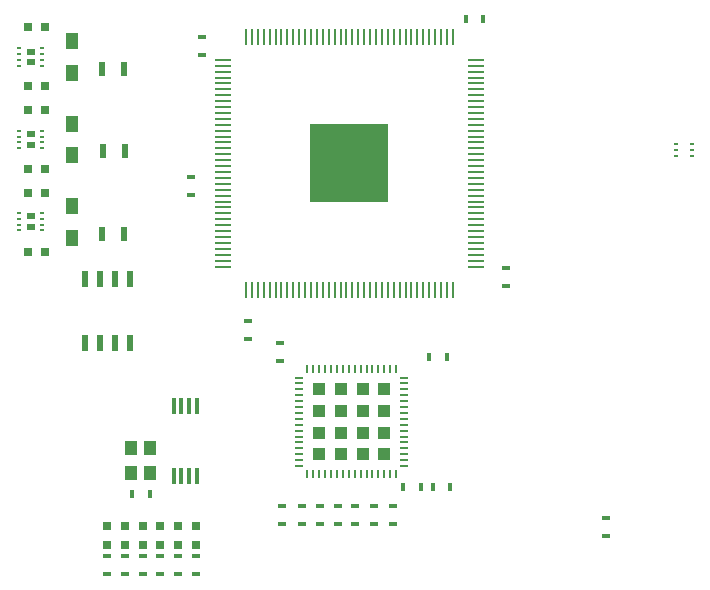
<source format=gbr>
G04 #@! TF.FileFunction,Paste,Top*
%FSLAX45Y45*%
G04 Gerber Fmt 4.5, Leading zero omitted, Abs format (unit mm)*
G04 Created by KiCad (PCBNEW 4.0.7) date 06/20/18 15:24:46*
%MOMM*%
%LPD*%
G01*
G04 APERTURE LIST*
%ADD10C,0.100000*%
%ADD11R,0.700000X0.700000*%
%ADD12R,0.350000X1.350000*%
%ADD13R,0.500000X1.450000*%
%ADD14R,0.350000X0.200000*%
%ADD15R,0.400000X0.150000*%
%ADD16R,0.800000X0.600000*%
%ADD17R,1.000000X1.200000*%
%ADD18R,0.750000X0.200000*%
%ADD19R,0.200000X0.750000*%
%ADD20R,1.002500X1.002500*%
%ADD21R,0.200000X1.450000*%
%ADD22R,1.450000X0.200000*%
%ADD23R,6.600000X6.600000*%
%ADD24R,0.400000X0.800000*%
%ADD25R,0.800000X0.400000*%
%ADD26R,1.100000X1.400000*%
%ADD27R,0.700000X0.650000*%
%ADD28R,0.600000X1.200000*%
G04 APERTURE END LIST*
D10*
D11*
X9700000Y-11280000D03*
X9700000Y-11120000D03*
X9550000Y-11280000D03*
X9550000Y-11120000D03*
X9400000Y-11280000D03*
X9400000Y-11120000D03*
X9250000Y-11280000D03*
X9250000Y-11120000D03*
X9100000Y-11280000D03*
X9100000Y-11120000D03*
X8950000Y-11280000D03*
X8950000Y-11120000D03*
D12*
X9707500Y-10105000D03*
X9642500Y-10105000D03*
X9577500Y-10105000D03*
X9512500Y-10105000D03*
X9512500Y-10695000D03*
X9577500Y-10695000D03*
X9642500Y-10695000D03*
X9707500Y-10695000D03*
D13*
X8759500Y-9570000D03*
X8886500Y-9570000D03*
X9013500Y-9570000D03*
X9140500Y-9570000D03*
X9140500Y-9030000D03*
X9013500Y-9030000D03*
X8886500Y-9030000D03*
X8759500Y-9030000D03*
D14*
X13897500Y-7990000D03*
X13897500Y-7940000D03*
X13897500Y-7890000D03*
X13762500Y-7890000D03*
X13762500Y-7940000D03*
X13762500Y-7990000D03*
D15*
X8205000Y-7175000D03*
X8395000Y-7125000D03*
X8395000Y-7075000D03*
X8205000Y-7075000D03*
X8205000Y-7125000D03*
X8205000Y-7225000D03*
X8395000Y-7225000D03*
X8395000Y-7175000D03*
D16*
X8300000Y-7195000D03*
X8300000Y-7105000D03*
D15*
X8205000Y-7875000D03*
X8395000Y-7825000D03*
X8395000Y-7775000D03*
X8205000Y-7775000D03*
X8205000Y-7825000D03*
X8205000Y-7925000D03*
X8395000Y-7925000D03*
X8395000Y-7875000D03*
D16*
X8300000Y-7895000D03*
X8300000Y-7805000D03*
D15*
X8205000Y-8570000D03*
X8395000Y-8520000D03*
X8395000Y-8470000D03*
X8205000Y-8470000D03*
X8205000Y-8520000D03*
X8205000Y-8620000D03*
X8395000Y-8620000D03*
X8395000Y-8570000D03*
D16*
X8300000Y-8590000D03*
X8300000Y-8500000D03*
D17*
X9312500Y-10675000D03*
X9312500Y-10465000D03*
X9147500Y-10465000D03*
X9147500Y-10675000D03*
D18*
X11465000Y-10615000D03*
X11465000Y-10565000D03*
X11465000Y-10515000D03*
X11465000Y-10465000D03*
X11465000Y-10415000D03*
X11465000Y-10365000D03*
X11465000Y-10315000D03*
X11465000Y-10265000D03*
X11465000Y-10215000D03*
X11465000Y-10165000D03*
X11465000Y-10115000D03*
X11465000Y-10065000D03*
X11465000Y-10015000D03*
X11465000Y-9965000D03*
X11465000Y-9915000D03*
X11465000Y-9865000D03*
D19*
X11395000Y-9795000D03*
X11345000Y-9795000D03*
X11295000Y-9795000D03*
X11245000Y-9795000D03*
X11195000Y-9795000D03*
X11145000Y-9795000D03*
X11095000Y-9795000D03*
X11045000Y-9795000D03*
X10995000Y-9795000D03*
X10945000Y-9795000D03*
X10895000Y-9795000D03*
X10845000Y-9795000D03*
X10795000Y-9795000D03*
X10745000Y-9795000D03*
X10695000Y-9795000D03*
X10645000Y-9795000D03*
D18*
X10575000Y-9865000D03*
X10575000Y-9915000D03*
X10575000Y-9965000D03*
X10575000Y-10015000D03*
X10575000Y-10065000D03*
X10575000Y-10115000D03*
X10575000Y-10165000D03*
X10575000Y-10215000D03*
X10575000Y-10265000D03*
X10575000Y-10315000D03*
X10575000Y-10365000D03*
X10575000Y-10415000D03*
X10575000Y-10465000D03*
X10575000Y-10515000D03*
X10575000Y-10565000D03*
X10575000Y-10615000D03*
D19*
X10645000Y-10685000D03*
X10695000Y-10685000D03*
X10745000Y-10685000D03*
X10795000Y-10685000D03*
X10845000Y-10685000D03*
X10895000Y-10685000D03*
X10945000Y-10685000D03*
X10995000Y-10685000D03*
X11045000Y-10685000D03*
X11095000Y-10685000D03*
X11145000Y-10685000D03*
X11195000Y-10685000D03*
X11245000Y-10685000D03*
X11295000Y-10685000D03*
X11345000Y-10685000D03*
X11395000Y-10685000D03*
D20*
X10744375Y-9964375D03*
X10744375Y-10148125D03*
X10744375Y-10331875D03*
X10744375Y-10515625D03*
X10928125Y-9964375D03*
X10928125Y-10148125D03*
X10928125Y-10331875D03*
X10928125Y-10515625D03*
X11111875Y-9964375D03*
X11111875Y-10148125D03*
X11111875Y-10331875D03*
X11111875Y-10515625D03*
X11295625Y-9964375D03*
X11295625Y-10148125D03*
X11295625Y-10331875D03*
X11295625Y-10515625D03*
D21*
X11875000Y-6980000D03*
X11825000Y-6980000D03*
X11775000Y-6980000D03*
X11725000Y-6980000D03*
X11675000Y-6980000D03*
X11625000Y-6980000D03*
X11575000Y-6980000D03*
X11525000Y-6980000D03*
X11475000Y-6980000D03*
X11425000Y-6980000D03*
X11375000Y-6980000D03*
X11325000Y-6980000D03*
X11275000Y-6980000D03*
X11225000Y-6980000D03*
X11175000Y-6980000D03*
X11125000Y-6980000D03*
X11075000Y-6980000D03*
X11025000Y-6980000D03*
X10975000Y-6980000D03*
X10925000Y-6980000D03*
X10875000Y-6980000D03*
X10825000Y-6980000D03*
X10775000Y-6980000D03*
X10725000Y-6980000D03*
X10675000Y-6980000D03*
X10625000Y-6980000D03*
X10575000Y-6980000D03*
X10525000Y-6980000D03*
X10475000Y-6980000D03*
X10425000Y-6980000D03*
X10375000Y-6980000D03*
X10325000Y-6980000D03*
X10275000Y-6980000D03*
X10225000Y-6980000D03*
X10175000Y-6980000D03*
X10125000Y-6980000D03*
D22*
X9930000Y-7175000D03*
X9930000Y-7225000D03*
X9930000Y-7275000D03*
X9930000Y-7325000D03*
X9930000Y-7375000D03*
X9930000Y-7425000D03*
X9930000Y-7475000D03*
X9930000Y-7525000D03*
X9930000Y-7575000D03*
X9930000Y-7625000D03*
X9930000Y-7675000D03*
X9930000Y-7725000D03*
X9930000Y-7775000D03*
X9930000Y-7825000D03*
X9930000Y-7875000D03*
X9930000Y-7925000D03*
X9930000Y-7975000D03*
X9930000Y-8025000D03*
X9930000Y-8075000D03*
X9930000Y-8125000D03*
X9930000Y-8175000D03*
X9930000Y-8225000D03*
X9930000Y-8275000D03*
X9930000Y-8325000D03*
X9930000Y-8375000D03*
X9930000Y-8425000D03*
X9930000Y-8475000D03*
X9930000Y-8525000D03*
X9930000Y-8575000D03*
X9930000Y-8625000D03*
X9930000Y-8675000D03*
X9930000Y-8725000D03*
X9930000Y-8775000D03*
X9930000Y-8825000D03*
X9930000Y-8875000D03*
X9930000Y-8925000D03*
D21*
X10125000Y-9120000D03*
X10175000Y-9120000D03*
X10225000Y-9120000D03*
X10275000Y-9120000D03*
X10325000Y-9120000D03*
X10375000Y-9120000D03*
X10425000Y-9120000D03*
X10475000Y-9120000D03*
X10525000Y-9120000D03*
X10575000Y-9120000D03*
X10625000Y-9120000D03*
X10675000Y-9120000D03*
X10725000Y-9120000D03*
X10775000Y-9120000D03*
X10825000Y-9120000D03*
X10875000Y-9120000D03*
X10925000Y-9120000D03*
X10975000Y-9120000D03*
X11025000Y-9120000D03*
X11075000Y-9120000D03*
X11125000Y-9120000D03*
X11175000Y-9120000D03*
X11225000Y-9120000D03*
X11275000Y-9120000D03*
X11325000Y-9120000D03*
X11375000Y-9120000D03*
X11425000Y-9120000D03*
X11475000Y-9120000D03*
X11525000Y-9120000D03*
X11575000Y-9120000D03*
X11625000Y-9120000D03*
X11675000Y-9120000D03*
X11725000Y-9120000D03*
X11775000Y-9120000D03*
X11825000Y-9120000D03*
X11875000Y-9120000D03*
D22*
X12070000Y-8925000D03*
X12070000Y-8875000D03*
X12070000Y-8825000D03*
X12070000Y-8775000D03*
X12070000Y-8725000D03*
X12070000Y-8675000D03*
X12070000Y-8625000D03*
X12070000Y-8575000D03*
X12070000Y-8525000D03*
X12070000Y-8475000D03*
X12070000Y-8425000D03*
X12070000Y-8375000D03*
X12070000Y-8325000D03*
X12070000Y-8275000D03*
X12070000Y-8225000D03*
X12070000Y-8175000D03*
X12070000Y-8125000D03*
X12070000Y-8075000D03*
X12070000Y-8025000D03*
X12070000Y-7975000D03*
X12070000Y-7925000D03*
X12070000Y-7875000D03*
X12070000Y-7825000D03*
X12070000Y-7775000D03*
X12070000Y-7725000D03*
X12070000Y-7675000D03*
X12070000Y-7625000D03*
X12070000Y-7575000D03*
X12070000Y-7525000D03*
X12070000Y-7475000D03*
X12070000Y-7425000D03*
X12070000Y-7375000D03*
X12070000Y-7325000D03*
X12070000Y-7275000D03*
X12070000Y-7225000D03*
X12070000Y-7175000D03*
D23*
X11000000Y-8050000D03*
D24*
X9310000Y-10850000D03*
X9160000Y-10850000D03*
D25*
X8950000Y-11375000D03*
X8950000Y-11525000D03*
X9100000Y-11375000D03*
X9100000Y-11525000D03*
X9250000Y-11375000D03*
X9250000Y-11525000D03*
X9400000Y-11375000D03*
X9400000Y-11525000D03*
X9550000Y-11375000D03*
X9550000Y-11525000D03*
X9700000Y-11375000D03*
X9700000Y-11525000D03*
D26*
X8650000Y-7015000D03*
X8650000Y-7285000D03*
D24*
X11675000Y-9690000D03*
X11825000Y-9690000D03*
D25*
X11370000Y-10955000D03*
X11370000Y-11105000D03*
X10430000Y-10955000D03*
X10430000Y-11105000D03*
X11050000Y-11105000D03*
X11050000Y-10955000D03*
X10600000Y-10955000D03*
X10600000Y-11105000D03*
X10750000Y-10955000D03*
X10750000Y-11105000D03*
X10900000Y-10955000D03*
X10900000Y-11105000D03*
D24*
X11455000Y-10790000D03*
X11605000Y-10790000D03*
D26*
X8650000Y-7715000D03*
X8650000Y-7985000D03*
X8650000Y-8415000D03*
X8650000Y-8685000D03*
D27*
X8275000Y-6900000D03*
X8425000Y-6900000D03*
X8275000Y-8300000D03*
X8425000Y-8300000D03*
X8275000Y-7600000D03*
X8425000Y-7600000D03*
X8275000Y-7400000D03*
X8425000Y-7400000D03*
X8275000Y-8800000D03*
X8425000Y-8800000D03*
X8275000Y-8100000D03*
X8425000Y-8100000D03*
D28*
X8905000Y-7250000D03*
X9095000Y-7250000D03*
X8905000Y-8650000D03*
X9095000Y-8650000D03*
X8910000Y-7950000D03*
X9100000Y-7950000D03*
D24*
X11705000Y-10795000D03*
X11855000Y-10795000D03*
D25*
X10410000Y-9725000D03*
X10410000Y-9575000D03*
X13170000Y-11058000D03*
X13170000Y-11208000D03*
X9655000Y-8170000D03*
X9655000Y-8320000D03*
X11210000Y-10955000D03*
X11210000Y-11105000D03*
X10140000Y-9535000D03*
X10140000Y-9385000D03*
X9750000Y-7135000D03*
X9750000Y-6985000D03*
X12330000Y-9090000D03*
X12330000Y-8940000D03*
D24*
X12135000Y-6830000D03*
X11985000Y-6830000D03*
M02*

</source>
